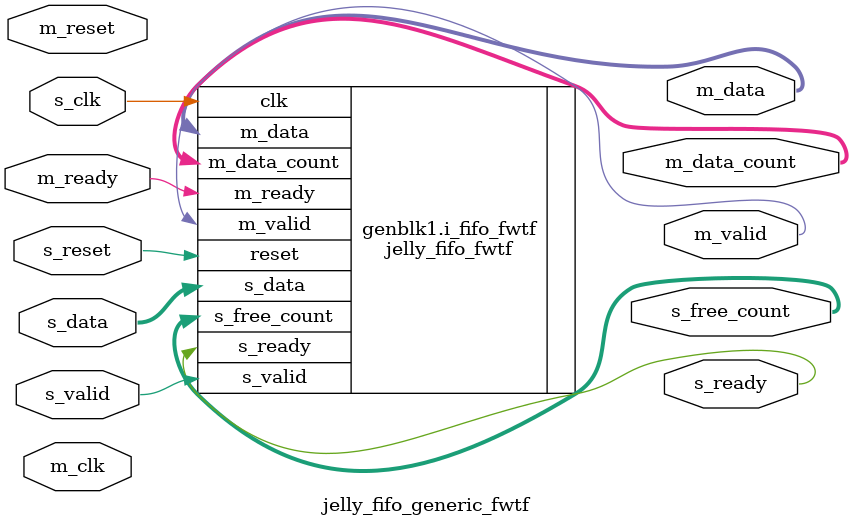
<source format=v>



`timescale 1ns / 1ps
`default_nettype none



module jelly_fifo_generic_fwtf
		#(
			parameter	ASYNC       = 0,
			parameter	DATA_WIDTH  = 8,
			parameter	PTR_WIDTH   = 10,
			parameter	DOUT_REGS   = 0,
			parameter	RAM_TYPE    = "block",
			parameter	MASTER_REGS = 1
		)
		(
			// slave port
			input	wire						s_reset,
			input	wire						s_clk,
			input	wire	[DATA_WIDTH-1:0]	s_data,
			input	wire						s_valid,
			output	wire						s_ready,
			output	wire	[PTR_WIDTH:0]		s_free_count,
			
			// master port
			input	wire						m_reset,
			input	wire						m_clk,
			output	wire	[DATA_WIDTH-1:0]	m_data,
			output	wire						m_valid,
			input	wire						m_ready,
			output	wire	[PTR_WIDTH:0]		m_data_count
		);
	
	
	generate
	if ( ASYNC ) begin
		jelly_fifo_async_fwtf
				#(
					.DATA_WIDTH		(DATA_WIDTH),
					.PTR_WIDTH		(PTR_WIDTH == 0 ? 1 : PTR_WIDTH),
					.DOUT_REGS		(DOUT_REGS),
					.RAM_TYPE		(RAM_TYPE),
					.MASTER_REGS	(MASTER_REGS)
				)
			i_fifo_async_fwtf
				(
					.s_reset		(s_reset),
					.s_clk			(s_clk),
					.s_data			(s_data),
					.s_valid		(s_valid),
					.s_ready		(s_ready),
					.s_free_count	(s_free_count),
					
					.m_reset		(m_reset),
					.m_clk			(m_clk),
					.m_data			(m_data),
					.m_valid		(m_valid),
					.m_ready		(m_ready),
					.m_data_count	(m_data_count)
				);
	end
	else begin
		jelly_fifo_fwtf
				#(
					.DATA_WIDTH		(DATA_WIDTH),
					.PTR_WIDTH		(PTR_WIDTH),
					.DOUT_REGS		(DOUT_REGS),
					.RAM_TYPE		(RAM_TYPE),
					.MASTER_REGS	(MASTER_REGS)
				)
			i_fifo_fwtf
				(
					.reset			(s_reset),
					.clk			(s_clk),
					
					.s_data			(s_data),
					.s_valid		(s_valid),
					.s_ready		(s_ready),
					.s_free_count	(s_free_count),
					
					.m_data			(m_data),
					.m_valid		(m_valid),
					.m_ready		(m_ready),
					.m_data_count	(m_data_count)
				);
	end
	endgenerate
	
endmodule


`default_nettype wire


// end of file

</source>
